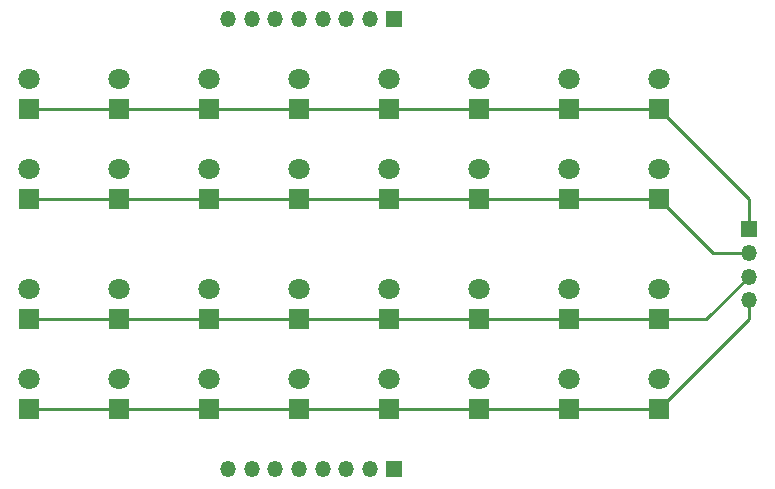
<source format=gbl>
%TF.GenerationSoftware,KiCad,Pcbnew,7.0.8*%
%TF.CreationDate,2023-10-08T00:11:48-07:00*%
%TF.ProjectId,htpm_control_module_status,6874706d-5f63-46f6-9e74-726f6c5f6d6f,1*%
%TF.SameCoordinates,Original*%
%TF.FileFunction,Copper,L2,Bot*%
%TF.FilePolarity,Positive*%
%FSLAX46Y46*%
G04 Gerber Fmt 4.6, Leading zero omitted, Abs format (unit mm)*
G04 Created by KiCad (PCBNEW 7.0.8) date 2023-10-08 00:11:48*
%MOMM*%
%LPD*%
G01*
G04 APERTURE LIST*
%TA.AperFunction,ComponentPad*%
%ADD10R,1.800000X1.800000*%
%TD*%
%TA.AperFunction,ComponentPad*%
%ADD11C,1.800000*%
%TD*%
%TA.AperFunction,ComponentPad*%
%ADD12R,1.350000X1.350000*%
%TD*%
%TA.AperFunction,ComponentPad*%
%ADD13O,1.350000X1.350000*%
%TD*%
%TA.AperFunction,Conductor*%
%ADD14C,0.250000*%
%TD*%
G04 APERTURE END LIST*
D10*
%TO.P,D28,1,K*%
%TO.N,Net-(D25-K)*%
X134620000Y-104140000D03*
D11*
%TO.P,D28,2,A*%
%TO.N,Net-(D12-A)*%
X134620000Y-101600000D03*
%TD*%
D10*
%TO.P,D24,1,K*%
%TO.N,Net-(D17-K)*%
X165100000Y-96520000D03*
D11*
%TO.P,D24,2,A*%
%TO.N,Net-(D16-A)*%
X165100000Y-93980000D03*
%TD*%
D12*
%TO.P,J3,1,Pin_1*%
%TO.N,Net-(D16-A)*%
X142620000Y-109220000D03*
D13*
%TO.P,J3,2,Pin_2*%
%TO.N,Net-(D15-A)*%
X140620000Y-109220000D03*
%TO.P,J3,3,Pin_3*%
%TO.N,Net-(D14-A)*%
X138620000Y-109220000D03*
%TO.P,J3,4,Pin_4*%
%TO.N,Net-(D13-A)*%
X136620000Y-109220000D03*
%TO.P,J3,5,Pin_5*%
%TO.N,Net-(D12-A)*%
X134620000Y-109220000D03*
%TO.P,J3,6,Pin_6*%
%TO.N,Net-(D11-A)*%
X132620000Y-109220000D03*
%TO.P,J3,7,Pin_7*%
%TO.N,Net-(D10-A)*%
X130620000Y-109220000D03*
%TO.P,J3,8,Pin_8*%
%TO.N,Net-(D1-A)*%
X128620000Y-109220000D03*
%TD*%
D10*
%TO.P,D30,1,K*%
%TO.N,Net-(D25-K)*%
X149860000Y-104140000D03*
D11*
%TO.P,D30,2,A*%
%TO.N,Net-(D14-A)*%
X149860000Y-101600000D03*
%TD*%
D10*
%TO.P,D10,1,K*%
%TO.N,Net-(D10-K)*%
X119380000Y-86360000D03*
D11*
%TO.P,D10,2,A*%
%TO.N,Net-(D10-A)*%
X119380000Y-83820000D03*
%TD*%
D10*
%TO.P,D14,1,K*%
%TO.N,Net-(D10-K)*%
X149860000Y-86360000D03*
D11*
%TO.P,D14,2,A*%
%TO.N,Net-(D14-A)*%
X149860000Y-83820000D03*
%TD*%
D10*
%TO.P,D2,1,K*%
%TO.N,Net-(D1-K)*%
X119380000Y-78740000D03*
D11*
%TO.P,D2,2,A*%
%TO.N,Net-(D10-A)*%
X119380000Y-76200000D03*
%TD*%
D10*
%TO.P,D26,1,K*%
%TO.N,Net-(D25-K)*%
X119380000Y-104140000D03*
D11*
%TO.P,D26,2,A*%
%TO.N,Net-(D10-A)*%
X119380000Y-101600000D03*
%TD*%
D10*
%TO.P,D32,1,K*%
%TO.N,Net-(D25-K)*%
X165100000Y-104140000D03*
D11*
%TO.P,D32,2,A*%
%TO.N,Net-(D16-A)*%
X165100000Y-101600000D03*
%TD*%
D10*
%TO.P,D20,1,K*%
%TO.N,Net-(D17-K)*%
X134620000Y-96520000D03*
D11*
%TO.P,D20,2,A*%
%TO.N,Net-(D12-A)*%
X134620000Y-93980000D03*
%TD*%
D10*
%TO.P,D25,1,K*%
%TO.N,Net-(D25-K)*%
X111760000Y-104140000D03*
D11*
%TO.P,D25,2,A*%
%TO.N,Net-(D1-A)*%
X111760000Y-101600000D03*
%TD*%
D10*
%TO.P,D27,1,K*%
%TO.N,Net-(D25-K)*%
X127000000Y-104140000D03*
D11*
%TO.P,D27,2,A*%
%TO.N,Net-(D11-A)*%
X127000000Y-101600000D03*
%TD*%
D12*
%TO.P,J1,1,Pin_1*%
%TO.N,Net-(D16-A)*%
X142620000Y-71120000D03*
D13*
%TO.P,J1,2,Pin_2*%
%TO.N,Net-(D15-A)*%
X140620000Y-71120000D03*
%TO.P,J1,3,Pin_3*%
%TO.N,Net-(D14-A)*%
X138620000Y-71120000D03*
%TO.P,J1,4,Pin_4*%
%TO.N,Net-(D13-A)*%
X136620000Y-71120000D03*
%TO.P,J1,5,Pin_5*%
%TO.N,Net-(D12-A)*%
X134620000Y-71120000D03*
%TO.P,J1,6,Pin_6*%
%TO.N,Net-(D11-A)*%
X132620000Y-71120000D03*
%TO.P,J1,7,Pin_7*%
%TO.N,Net-(D10-A)*%
X130620000Y-71120000D03*
%TO.P,J1,8,Pin_8*%
%TO.N,Net-(D1-A)*%
X128620000Y-71120000D03*
%TD*%
D10*
%TO.P,D9,1,K*%
%TO.N,Net-(D10-K)*%
X111760000Y-86360000D03*
D11*
%TO.P,D9,2,A*%
%TO.N,Net-(D1-A)*%
X111760000Y-83820000D03*
%TD*%
D10*
%TO.P,D16,1,K*%
%TO.N,Net-(D10-K)*%
X165100000Y-86360000D03*
D11*
%TO.P,D16,2,A*%
%TO.N,Net-(D16-A)*%
X165100000Y-83820000D03*
%TD*%
D10*
%TO.P,D5,1,K*%
%TO.N,Net-(D1-K)*%
X142240000Y-78740000D03*
D11*
%TO.P,D5,2,A*%
%TO.N,Net-(D13-A)*%
X142240000Y-76200000D03*
%TD*%
D10*
%TO.P,D12,1,K*%
%TO.N,Net-(D10-K)*%
X134620000Y-86360000D03*
D11*
%TO.P,D12,2,A*%
%TO.N,Net-(D12-A)*%
X134620000Y-83820000D03*
%TD*%
D10*
%TO.P,D23,1,K*%
%TO.N,Net-(D17-K)*%
X157480000Y-96520000D03*
D11*
%TO.P,D23,2,A*%
%TO.N,Net-(D15-A)*%
X157480000Y-93980000D03*
%TD*%
D10*
%TO.P,D6,1,K*%
%TO.N,Net-(D1-K)*%
X149860000Y-78740000D03*
D11*
%TO.P,D6,2,A*%
%TO.N,Net-(D14-A)*%
X149860000Y-76200000D03*
%TD*%
D10*
%TO.P,D22,1,K*%
%TO.N,Net-(D17-K)*%
X149860000Y-96520000D03*
D11*
%TO.P,D22,2,A*%
%TO.N,Net-(D14-A)*%
X149860000Y-93980000D03*
%TD*%
D10*
%TO.P,D17,1,K*%
%TO.N,Net-(D17-K)*%
X111760000Y-96520000D03*
D11*
%TO.P,D17,2,A*%
%TO.N,Net-(D1-A)*%
X111760000Y-93980000D03*
%TD*%
D10*
%TO.P,D8,1,K*%
%TO.N,Net-(D1-K)*%
X165100000Y-78740000D03*
D11*
%TO.P,D8,2,A*%
%TO.N,Net-(D16-A)*%
X165100000Y-76200000D03*
%TD*%
D10*
%TO.P,D13,1,K*%
%TO.N,Net-(D10-K)*%
X142240000Y-86360000D03*
D11*
%TO.P,D13,2,A*%
%TO.N,Net-(D13-A)*%
X142240000Y-83820000D03*
%TD*%
D12*
%TO.P,J2,1,Pin_1*%
%TO.N,Net-(D1-K)*%
X172720000Y-88900000D03*
D13*
%TO.P,J2,2,Pin_2*%
%TO.N,Net-(D10-K)*%
X172720000Y-90900000D03*
%TO.P,J2,3,Pin_3*%
%TO.N,Net-(D17-K)*%
X172720000Y-92900000D03*
%TO.P,J2,4,Pin_4*%
%TO.N,Net-(D25-K)*%
X172720000Y-94900000D03*
%TD*%
D10*
%TO.P,D11,1,K*%
%TO.N,Net-(D10-K)*%
X127000000Y-86360000D03*
D11*
%TO.P,D11,2,A*%
%TO.N,Net-(D11-A)*%
X127000000Y-83820000D03*
%TD*%
D10*
%TO.P,D31,1,K*%
%TO.N,Net-(D25-K)*%
X157480000Y-104140000D03*
D11*
%TO.P,D31,2,A*%
%TO.N,Net-(D15-A)*%
X157480000Y-101600000D03*
%TD*%
D10*
%TO.P,D1,1,K*%
%TO.N,Net-(D1-K)*%
X111760000Y-78740000D03*
D11*
%TO.P,D1,2,A*%
%TO.N,Net-(D1-A)*%
X111760000Y-76200000D03*
%TD*%
D10*
%TO.P,D4,1,K*%
%TO.N,Net-(D1-K)*%
X134620000Y-78740000D03*
D11*
%TO.P,D4,2,A*%
%TO.N,Net-(D12-A)*%
X134620000Y-76200000D03*
%TD*%
D10*
%TO.P,D7,1,K*%
%TO.N,Net-(D1-K)*%
X157480000Y-78740000D03*
D11*
%TO.P,D7,2,A*%
%TO.N,Net-(D15-A)*%
X157480000Y-76200000D03*
%TD*%
D10*
%TO.P,D19,1,K*%
%TO.N,Net-(D17-K)*%
X127000000Y-96520000D03*
D11*
%TO.P,D19,2,A*%
%TO.N,Net-(D11-A)*%
X127000000Y-93980000D03*
%TD*%
D10*
%TO.P,D3,1,K*%
%TO.N,Net-(D1-K)*%
X127000000Y-78740000D03*
D11*
%TO.P,D3,2,A*%
%TO.N,Net-(D11-A)*%
X127000000Y-76200000D03*
%TD*%
D10*
%TO.P,D15,1,K*%
%TO.N,Net-(D10-K)*%
X157480000Y-86360000D03*
D11*
%TO.P,D15,2,A*%
%TO.N,Net-(D15-A)*%
X157480000Y-83820000D03*
%TD*%
D10*
%TO.P,D29,1,K*%
%TO.N,Net-(D25-K)*%
X142240000Y-104140000D03*
D11*
%TO.P,D29,2,A*%
%TO.N,Net-(D13-A)*%
X142240000Y-101600000D03*
%TD*%
D10*
%TO.P,D21,1,K*%
%TO.N,Net-(D17-K)*%
X142240000Y-96520000D03*
D11*
%TO.P,D21,2,A*%
%TO.N,Net-(D13-A)*%
X142240000Y-93980000D03*
%TD*%
D10*
%TO.P,D18,1,K*%
%TO.N,Net-(D17-K)*%
X119380000Y-96520000D03*
D11*
%TO.P,D18,2,A*%
%TO.N,Net-(D10-A)*%
X119380000Y-93980000D03*
%TD*%
D14*
%TO.N,Net-(D1-K)*%
X165100000Y-78740000D02*
X172720000Y-86360000D01*
X172720000Y-86360000D02*
X172720000Y-88900000D01*
%TO.N,Net-(D10-K)*%
X165100000Y-86360000D02*
X169640000Y-90900000D01*
X169640000Y-90900000D02*
X172720000Y-90900000D01*
%TO.N,Net-(D17-K)*%
X165100000Y-96520000D02*
X169100000Y-96520000D01*
X169100000Y-96520000D02*
X172720000Y-92900000D01*
%TO.N,Net-(D25-K)*%
X165100000Y-104140000D02*
X172720000Y-96520000D01*
X172720000Y-96520000D02*
X172720000Y-94900000D01*
%TO.N,Net-(D17-K)*%
X111760000Y-96520000D02*
X165100000Y-96520000D01*
%TO.N,Net-(D1-K)*%
X111760000Y-78740000D02*
X165100000Y-78740000D01*
%TO.N,Net-(D10-K)*%
X165100000Y-86360000D02*
X111760000Y-86360000D01*
%TO.N,Net-(D25-K)*%
X111760000Y-104140000D02*
X165100000Y-104140000D01*
%TD*%
M02*

</source>
